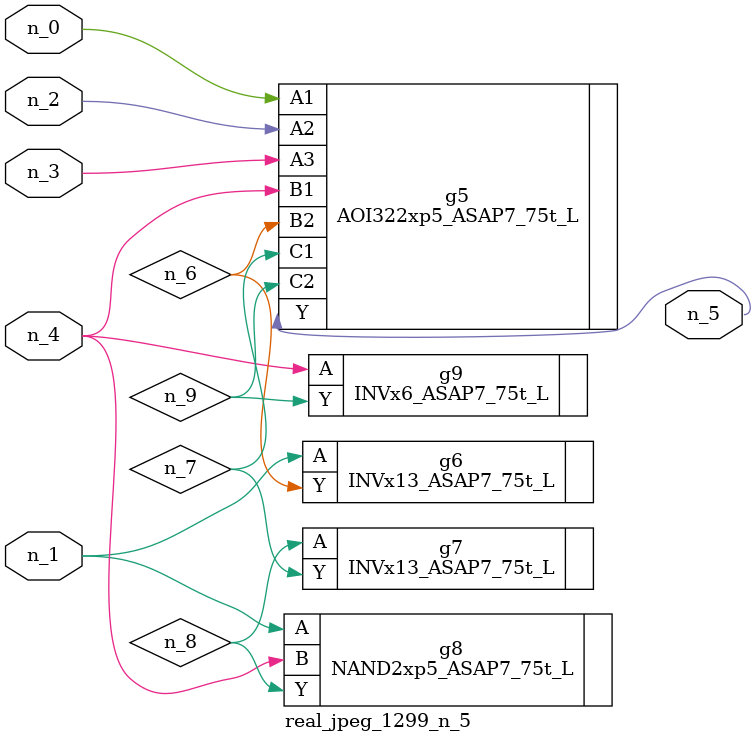
<source format=v>
module real_jpeg_1299_n_5 (n_4, n_0, n_1, n_2, n_3, n_5);

input n_4;
input n_0;
input n_1;
input n_2;
input n_3;

output n_5;

wire n_8;
wire n_6;
wire n_7;
wire n_9;

AOI322xp5_ASAP7_75t_L g5 ( 
.A1(n_0),
.A2(n_2),
.A3(n_3),
.B1(n_4),
.B2(n_6),
.C1(n_7),
.C2(n_9),
.Y(n_5)
);

INVx13_ASAP7_75t_L g6 ( 
.A(n_1),
.Y(n_6)
);

NAND2xp5_ASAP7_75t_L g8 ( 
.A(n_1),
.B(n_4),
.Y(n_8)
);

INVx6_ASAP7_75t_L g9 ( 
.A(n_4),
.Y(n_9)
);

INVx13_ASAP7_75t_L g7 ( 
.A(n_8),
.Y(n_7)
);


endmodule
</source>
